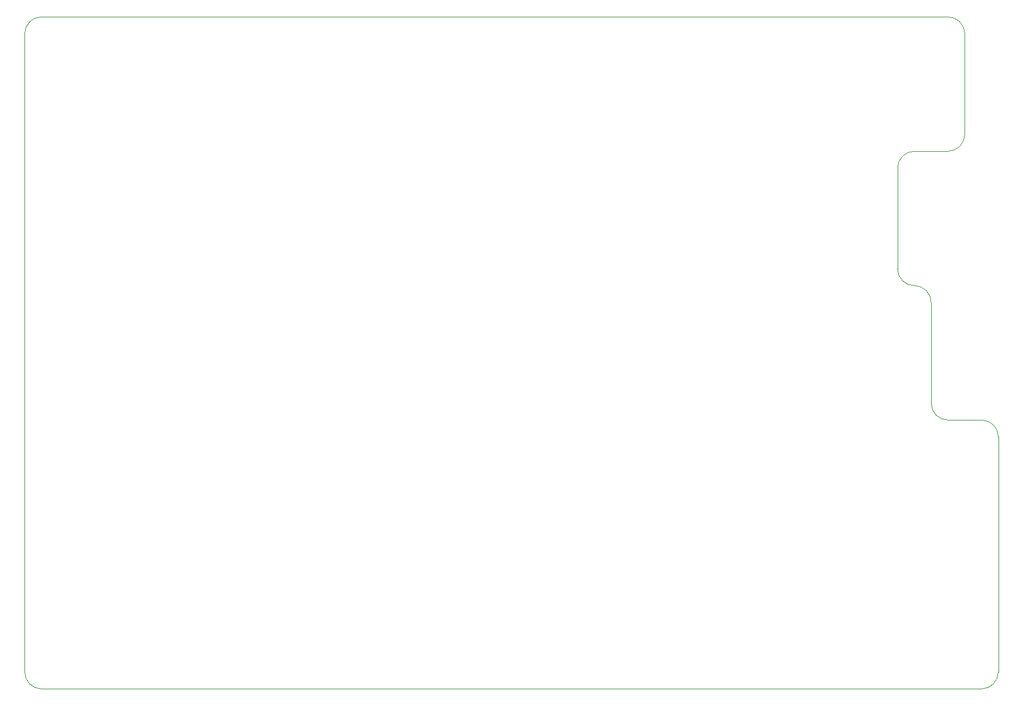
<source format=gm1>
G04 #@! TF.FileFunction,Profile,NP*
%FSLAX46Y46*%
G04 Gerber Fmt 4.6, Leading zero omitted, Abs format (unit mm)*
G04 Created by KiCad (PCBNEW 4.0.7) date Monday, 23 April 2018 'AMt' 04:38:12*
%MOMM*%
%LPD*%
G01*
G04 APERTURE LIST*
%ADD10C,0.100000*%
G04 APERTURE END LIST*
D10*
X152400000Y-16668750D02*
X23812500Y-16668750D01*
X154781250Y-33337500D02*
X154781250Y-19050000D01*
X147637500Y-35718750D02*
X152400000Y-35718750D01*
X145256250Y-52387500D02*
X145256250Y-38100000D01*
X150018750Y-71437500D02*
X150018750Y-57150000D01*
X152400000Y-73818750D02*
X157162500Y-73818750D01*
X159543750Y-109537500D02*
X159543750Y-76200000D01*
X23812500Y-111918750D02*
X157162500Y-111918750D01*
X21431250Y-19050000D02*
X21431250Y-109537500D01*
X23812500Y-16668750D02*
G75*
G03X21431250Y-19050000I0J-2381250D01*
G01*
X154781250Y-19050000D02*
G75*
G03X152400000Y-16668750I-2381250J0D01*
G01*
X152400000Y-35718750D02*
G75*
G03X154781250Y-33337500I0J2381250D01*
G01*
X147637500Y-35718750D02*
G75*
G03X145256250Y-38100000I0J-2381250D01*
G01*
X145256250Y-52387500D02*
G75*
G03X147637500Y-54768750I2381250J0D01*
G01*
X150018750Y-57150000D02*
G75*
G03X147637500Y-54768750I-2381250J0D01*
G01*
X150018750Y-71437500D02*
G75*
G03X152400000Y-73818750I2381250J0D01*
G01*
X159543750Y-76200000D02*
G75*
G03X157162500Y-73818750I-2381250J0D01*
G01*
X157162500Y-111918750D02*
G75*
G03X159543750Y-109537500I0J2381250D01*
G01*
X21431250Y-109537500D02*
G75*
G03X23812500Y-111918750I2381250J0D01*
G01*
M02*

</source>
